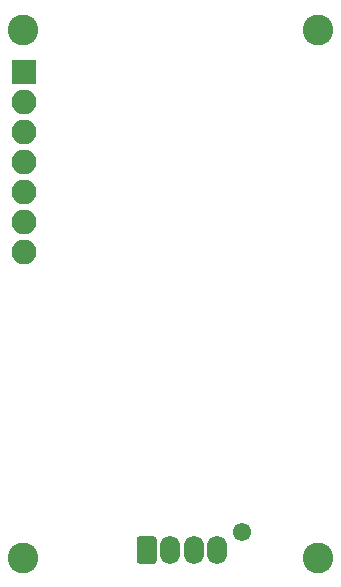
<source format=gbr>
%TF.GenerationSoftware,KiCad,Pcbnew,5.1.6*%
%TF.CreationDate,2020-10-29T14:33:52+01:00*%
%TF.ProjectId,Grove-SCD30,47726f76-652d-4534-9344-33302e6b6963,rev?*%
%TF.SameCoordinates,Original*%
%TF.FileFunction,Soldermask,Top*%
%TF.FilePolarity,Negative*%
%FSLAX46Y46*%
G04 Gerber Fmt 4.6, Leading zero omitted, Abs format (unit mm)*
G04 Created by KiCad (PCBNEW 5.1.6) date 2020-10-29 14:33:52*
%MOMM*%
%LPD*%
G01*
G04 APERTURE LIST*
%ADD10O,1.700000X2.400000*%
%ADD11C,1.550000*%
%ADD12C,2.600000*%
%ADD13R,2.100000X2.100000*%
%ADD14O,2.100000X2.100000*%
G04 APERTURE END LIST*
%TO.C,J2*%
G36*
G01*
X149971923Y-97987000D02*
X151018077Y-97987000D01*
G75*
G02*
X151345000Y-98313923I0J-326923D01*
G01*
X151345000Y-100060077D01*
G75*
G02*
X151018077Y-100387000I-326923J0D01*
G01*
X149971923Y-100387000D01*
G75*
G02*
X149645000Y-100060077I0J326923D01*
G01*
X149645000Y-98313923D01*
G75*
G02*
X149971923Y-97987000I326923J0D01*
G01*
G37*
D10*
X152495000Y-99187000D03*
X154495000Y-99187000D03*
X156495000Y-99187000D03*
D11*
X158545000Y-97687000D03*
%TD*%
D12*
%TO.C,*%
X140072576Y-99829690D03*
%TD*%
%TO.C,*%
X140072576Y-55115028D03*
%TD*%
%TO.C,*%
X164998174Y-55115028D03*
%TD*%
%TO.C,*%
X164998174Y-99829690D03*
%TD*%
D13*
%TO.C,J1*%
X140081000Y-58674000D03*
D14*
X140081000Y-61214000D03*
X140081000Y-63754000D03*
X140081000Y-66294000D03*
X140081000Y-68834000D03*
X140081000Y-71374000D03*
X140081000Y-73914000D03*
%TD*%
M02*

</source>
